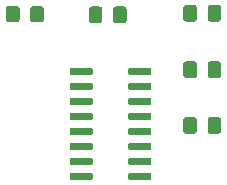
<source format=gbr>
G04 #@! TF.GenerationSoftware,KiCad,Pcbnew,(5.1.5-0-10_14)*
G04 #@! TF.CreationDate,2021-04-03T11:55:27+11:00*
G04 #@! TF.ProjectId,Pi_Zero_RS232_DB25_Hat,50695f5a-6572-46f5-9f52-533233325f44,rev?*
G04 #@! TF.SameCoordinates,Original*
G04 #@! TF.FileFunction,Paste,Top*
G04 #@! TF.FilePolarity,Positive*
%FSLAX46Y46*%
G04 Gerber Fmt 4.6, Leading zero omitted, Abs format (unit mm)*
G04 Created by KiCad (PCBNEW (5.1.5-0-10_14)) date 2021-04-03 11:55:27*
%MOMM*%
%LPD*%
G04 APERTURE LIST*
%ADD10C,0.100000*%
G04 APERTURE END LIST*
D10*
G36*
X63510305Y-76517204D02*
G01*
X63534573Y-76520804D01*
X63558372Y-76526765D01*
X63581471Y-76535030D01*
X63603650Y-76545520D01*
X63624693Y-76558132D01*
X63644399Y-76572747D01*
X63662577Y-76589223D01*
X63679053Y-76607401D01*
X63693668Y-76627107D01*
X63706280Y-76648150D01*
X63716770Y-76670329D01*
X63725035Y-76693428D01*
X63730996Y-76717227D01*
X63734596Y-76741495D01*
X63735800Y-76765999D01*
X63735800Y-77666001D01*
X63734596Y-77690505D01*
X63730996Y-77714773D01*
X63725035Y-77738572D01*
X63716770Y-77761671D01*
X63706280Y-77783850D01*
X63693668Y-77804893D01*
X63679053Y-77824599D01*
X63662577Y-77842777D01*
X63644399Y-77859253D01*
X63624693Y-77873868D01*
X63603650Y-77886480D01*
X63581471Y-77896970D01*
X63558372Y-77905235D01*
X63534573Y-77911196D01*
X63510305Y-77914796D01*
X63485801Y-77916000D01*
X62835799Y-77916000D01*
X62811295Y-77914796D01*
X62787027Y-77911196D01*
X62763228Y-77905235D01*
X62740129Y-77896970D01*
X62717950Y-77886480D01*
X62696907Y-77873868D01*
X62677201Y-77859253D01*
X62659023Y-77842777D01*
X62642547Y-77824599D01*
X62627932Y-77804893D01*
X62615320Y-77783850D01*
X62604830Y-77761671D01*
X62596565Y-77738572D01*
X62590604Y-77714773D01*
X62587004Y-77690505D01*
X62585800Y-77666001D01*
X62585800Y-76765999D01*
X62587004Y-76741495D01*
X62590604Y-76717227D01*
X62596565Y-76693428D01*
X62604830Y-76670329D01*
X62615320Y-76648150D01*
X62627932Y-76627107D01*
X62642547Y-76607401D01*
X62659023Y-76589223D01*
X62677201Y-76572747D01*
X62696907Y-76558132D01*
X62717950Y-76545520D01*
X62740129Y-76535030D01*
X62763228Y-76526765D01*
X62787027Y-76520804D01*
X62811295Y-76517204D01*
X62835799Y-76516000D01*
X63485801Y-76516000D01*
X63510305Y-76517204D01*
G37*
G36*
X65560305Y-76517204D02*
G01*
X65584573Y-76520804D01*
X65608372Y-76526765D01*
X65631471Y-76535030D01*
X65653650Y-76545520D01*
X65674693Y-76558132D01*
X65694399Y-76572747D01*
X65712577Y-76589223D01*
X65729053Y-76607401D01*
X65743668Y-76627107D01*
X65756280Y-76648150D01*
X65766770Y-76670329D01*
X65775035Y-76693428D01*
X65780996Y-76717227D01*
X65784596Y-76741495D01*
X65785800Y-76765999D01*
X65785800Y-77666001D01*
X65784596Y-77690505D01*
X65780996Y-77714773D01*
X65775035Y-77738572D01*
X65766770Y-77761671D01*
X65756280Y-77783850D01*
X65743668Y-77804893D01*
X65729053Y-77824599D01*
X65712577Y-77842777D01*
X65694399Y-77859253D01*
X65674693Y-77873868D01*
X65653650Y-77886480D01*
X65631471Y-77896970D01*
X65608372Y-77905235D01*
X65584573Y-77911196D01*
X65560305Y-77914796D01*
X65535801Y-77916000D01*
X64885799Y-77916000D01*
X64861295Y-77914796D01*
X64837027Y-77911196D01*
X64813228Y-77905235D01*
X64790129Y-77896970D01*
X64767950Y-77886480D01*
X64746907Y-77873868D01*
X64727201Y-77859253D01*
X64709023Y-77842777D01*
X64692547Y-77824599D01*
X64677932Y-77804893D01*
X64665320Y-77783850D01*
X64654830Y-77761671D01*
X64646565Y-77738572D01*
X64640604Y-77714773D01*
X64637004Y-77690505D01*
X64635800Y-77666001D01*
X64635800Y-76765999D01*
X64637004Y-76741495D01*
X64640604Y-76717227D01*
X64646565Y-76693428D01*
X64654830Y-76670329D01*
X64665320Y-76648150D01*
X64677932Y-76627107D01*
X64692547Y-76607401D01*
X64709023Y-76589223D01*
X64727201Y-76572747D01*
X64746907Y-76558132D01*
X64767950Y-76545520D01*
X64790129Y-76535030D01*
X64813228Y-76526765D01*
X64837027Y-76520804D01*
X64861295Y-76517204D01*
X64885799Y-76516000D01*
X65535801Y-76516000D01*
X65560305Y-76517204D01*
G37*
G36*
X70520705Y-76568004D02*
G01*
X70544973Y-76571604D01*
X70568772Y-76577565D01*
X70591871Y-76585830D01*
X70614050Y-76596320D01*
X70635093Y-76608932D01*
X70654799Y-76623547D01*
X70672977Y-76640023D01*
X70689453Y-76658201D01*
X70704068Y-76677907D01*
X70716680Y-76698950D01*
X70727170Y-76721129D01*
X70735435Y-76744228D01*
X70741396Y-76768027D01*
X70744996Y-76792295D01*
X70746200Y-76816799D01*
X70746200Y-77716801D01*
X70744996Y-77741305D01*
X70741396Y-77765573D01*
X70735435Y-77789372D01*
X70727170Y-77812471D01*
X70716680Y-77834650D01*
X70704068Y-77855693D01*
X70689453Y-77875399D01*
X70672977Y-77893577D01*
X70654799Y-77910053D01*
X70635093Y-77924668D01*
X70614050Y-77937280D01*
X70591871Y-77947770D01*
X70568772Y-77956035D01*
X70544973Y-77961996D01*
X70520705Y-77965596D01*
X70496201Y-77966800D01*
X69846199Y-77966800D01*
X69821695Y-77965596D01*
X69797427Y-77961996D01*
X69773628Y-77956035D01*
X69750529Y-77947770D01*
X69728350Y-77937280D01*
X69707307Y-77924668D01*
X69687601Y-77910053D01*
X69669423Y-77893577D01*
X69652947Y-77875399D01*
X69638332Y-77855693D01*
X69625720Y-77834650D01*
X69615230Y-77812471D01*
X69606965Y-77789372D01*
X69601004Y-77765573D01*
X69597404Y-77741305D01*
X69596200Y-77716801D01*
X69596200Y-76816799D01*
X69597404Y-76792295D01*
X69601004Y-76768027D01*
X69606965Y-76744228D01*
X69615230Y-76721129D01*
X69625720Y-76698950D01*
X69638332Y-76677907D01*
X69652947Y-76658201D01*
X69669423Y-76640023D01*
X69687601Y-76623547D01*
X69707307Y-76608932D01*
X69728350Y-76596320D01*
X69750529Y-76585830D01*
X69773628Y-76577565D01*
X69797427Y-76571604D01*
X69821695Y-76568004D01*
X69846199Y-76566800D01*
X70496201Y-76566800D01*
X70520705Y-76568004D01*
G37*
G36*
X72570705Y-76568004D02*
G01*
X72594973Y-76571604D01*
X72618772Y-76577565D01*
X72641871Y-76585830D01*
X72664050Y-76596320D01*
X72685093Y-76608932D01*
X72704799Y-76623547D01*
X72722977Y-76640023D01*
X72739453Y-76658201D01*
X72754068Y-76677907D01*
X72766680Y-76698950D01*
X72777170Y-76721129D01*
X72785435Y-76744228D01*
X72791396Y-76768027D01*
X72794996Y-76792295D01*
X72796200Y-76816799D01*
X72796200Y-77716801D01*
X72794996Y-77741305D01*
X72791396Y-77765573D01*
X72785435Y-77789372D01*
X72777170Y-77812471D01*
X72766680Y-77834650D01*
X72754068Y-77855693D01*
X72739453Y-77875399D01*
X72722977Y-77893577D01*
X72704799Y-77910053D01*
X72685093Y-77924668D01*
X72664050Y-77937280D01*
X72641871Y-77947770D01*
X72618772Y-77956035D01*
X72594973Y-77961996D01*
X72570705Y-77965596D01*
X72546201Y-77966800D01*
X71896199Y-77966800D01*
X71871695Y-77965596D01*
X71847427Y-77961996D01*
X71823628Y-77956035D01*
X71800529Y-77947770D01*
X71778350Y-77937280D01*
X71757307Y-77924668D01*
X71737601Y-77910053D01*
X71719423Y-77893577D01*
X71702947Y-77875399D01*
X71688332Y-77855693D01*
X71675720Y-77834650D01*
X71665230Y-77812471D01*
X71656965Y-77789372D01*
X71651004Y-77765573D01*
X71647404Y-77741305D01*
X71646200Y-77716801D01*
X71646200Y-76816799D01*
X71647404Y-76792295D01*
X71651004Y-76768027D01*
X71656965Y-76744228D01*
X71665230Y-76721129D01*
X71675720Y-76698950D01*
X71688332Y-76677907D01*
X71702947Y-76658201D01*
X71719423Y-76640023D01*
X71737601Y-76623547D01*
X71757307Y-76608932D01*
X71778350Y-76596320D01*
X71800529Y-76585830D01*
X71823628Y-76577565D01*
X71847427Y-76571604D01*
X71871695Y-76568004D01*
X71896199Y-76566800D01*
X72546201Y-76566800D01*
X72570705Y-76568004D01*
G37*
G36*
X80571705Y-76441004D02*
G01*
X80595973Y-76444604D01*
X80619772Y-76450565D01*
X80642871Y-76458830D01*
X80665050Y-76469320D01*
X80686093Y-76481932D01*
X80705799Y-76496547D01*
X80723977Y-76513023D01*
X80740453Y-76531201D01*
X80755068Y-76550907D01*
X80767680Y-76571950D01*
X80778170Y-76594129D01*
X80786435Y-76617228D01*
X80792396Y-76641027D01*
X80795996Y-76665295D01*
X80797200Y-76689799D01*
X80797200Y-77589801D01*
X80795996Y-77614305D01*
X80792396Y-77638573D01*
X80786435Y-77662372D01*
X80778170Y-77685471D01*
X80767680Y-77707650D01*
X80755068Y-77728693D01*
X80740453Y-77748399D01*
X80723977Y-77766577D01*
X80705799Y-77783053D01*
X80686093Y-77797668D01*
X80665050Y-77810280D01*
X80642871Y-77820770D01*
X80619772Y-77829035D01*
X80595973Y-77834996D01*
X80571705Y-77838596D01*
X80547201Y-77839800D01*
X79897199Y-77839800D01*
X79872695Y-77838596D01*
X79848427Y-77834996D01*
X79824628Y-77829035D01*
X79801529Y-77820770D01*
X79779350Y-77810280D01*
X79758307Y-77797668D01*
X79738601Y-77783053D01*
X79720423Y-77766577D01*
X79703947Y-77748399D01*
X79689332Y-77728693D01*
X79676720Y-77707650D01*
X79666230Y-77685471D01*
X79657965Y-77662372D01*
X79652004Y-77638573D01*
X79648404Y-77614305D01*
X79647200Y-77589801D01*
X79647200Y-76689799D01*
X79648404Y-76665295D01*
X79652004Y-76641027D01*
X79657965Y-76617228D01*
X79666230Y-76594129D01*
X79676720Y-76571950D01*
X79689332Y-76550907D01*
X79703947Y-76531201D01*
X79720423Y-76513023D01*
X79738601Y-76496547D01*
X79758307Y-76481932D01*
X79779350Y-76469320D01*
X79801529Y-76458830D01*
X79824628Y-76450565D01*
X79848427Y-76444604D01*
X79872695Y-76441004D01*
X79897199Y-76439800D01*
X80547201Y-76439800D01*
X80571705Y-76441004D01*
G37*
G36*
X78521705Y-76441004D02*
G01*
X78545973Y-76444604D01*
X78569772Y-76450565D01*
X78592871Y-76458830D01*
X78615050Y-76469320D01*
X78636093Y-76481932D01*
X78655799Y-76496547D01*
X78673977Y-76513023D01*
X78690453Y-76531201D01*
X78705068Y-76550907D01*
X78717680Y-76571950D01*
X78728170Y-76594129D01*
X78736435Y-76617228D01*
X78742396Y-76641027D01*
X78745996Y-76665295D01*
X78747200Y-76689799D01*
X78747200Y-77589801D01*
X78745996Y-77614305D01*
X78742396Y-77638573D01*
X78736435Y-77662372D01*
X78728170Y-77685471D01*
X78717680Y-77707650D01*
X78705068Y-77728693D01*
X78690453Y-77748399D01*
X78673977Y-77766577D01*
X78655799Y-77783053D01*
X78636093Y-77797668D01*
X78615050Y-77810280D01*
X78592871Y-77820770D01*
X78569772Y-77829035D01*
X78545973Y-77834996D01*
X78521705Y-77838596D01*
X78497201Y-77839800D01*
X77847199Y-77839800D01*
X77822695Y-77838596D01*
X77798427Y-77834996D01*
X77774628Y-77829035D01*
X77751529Y-77820770D01*
X77729350Y-77810280D01*
X77708307Y-77797668D01*
X77688601Y-77783053D01*
X77670423Y-77766577D01*
X77653947Y-77748399D01*
X77639332Y-77728693D01*
X77626720Y-77707650D01*
X77616230Y-77685471D01*
X77607965Y-77662372D01*
X77602004Y-77638573D01*
X77598404Y-77614305D01*
X77597200Y-77589801D01*
X77597200Y-76689799D01*
X77598404Y-76665295D01*
X77602004Y-76641027D01*
X77607965Y-76617228D01*
X77616230Y-76594129D01*
X77626720Y-76571950D01*
X77639332Y-76550907D01*
X77653947Y-76531201D01*
X77670423Y-76513023D01*
X77688601Y-76496547D01*
X77708307Y-76481932D01*
X77729350Y-76469320D01*
X77751529Y-76458830D01*
X77774628Y-76450565D01*
X77798427Y-76444604D01*
X77822695Y-76441004D01*
X77847199Y-76439800D01*
X78497201Y-76439800D01*
X78521705Y-76441004D01*
G37*
G36*
X80571705Y-81216204D02*
G01*
X80595973Y-81219804D01*
X80619772Y-81225765D01*
X80642871Y-81234030D01*
X80665050Y-81244520D01*
X80686093Y-81257132D01*
X80705799Y-81271747D01*
X80723977Y-81288223D01*
X80740453Y-81306401D01*
X80755068Y-81326107D01*
X80767680Y-81347150D01*
X80778170Y-81369329D01*
X80786435Y-81392428D01*
X80792396Y-81416227D01*
X80795996Y-81440495D01*
X80797200Y-81464999D01*
X80797200Y-82365001D01*
X80795996Y-82389505D01*
X80792396Y-82413773D01*
X80786435Y-82437572D01*
X80778170Y-82460671D01*
X80767680Y-82482850D01*
X80755068Y-82503893D01*
X80740453Y-82523599D01*
X80723977Y-82541777D01*
X80705799Y-82558253D01*
X80686093Y-82572868D01*
X80665050Y-82585480D01*
X80642871Y-82595970D01*
X80619772Y-82604235D01*
X80595973Y-82610196D01*
X80571705Y-82613796D01*
X80547201Y-82615000D01*
X79897199Y-82615000D01*
X79872695Y-82613796D01*
X79848427Y-82610196D01*
X79824628Y-82604235D01*
X79801529Y-82595970D01*
X79779350Y-82585480D01*
X79758307Y-82572868D01*
X79738601Y-82558253D01*
X79720423Y-82541777D01*
X79703947Y-82523599D01*
X79689332Y-82503893D01*
X79676720Y-82482850D01*
X79666230Y-82460671D01*
X79657965Y-82437572D01*
X79652004Y-82413773D01*
X79648404Y-82389505D01*
X79647200Y-82365001D01*
X79647200Y-81464999D01*
X79648404Y-81440495D01*
X79652004Y-81416227D01*
X79657965Y-81392428D01*
X79666230Y-81369329D01*
X79676720Y-81347150D01*
X79689332Y-81326107D01*
X79703947Y-81306401D01*
X79720423Y-81288223D01*
X79738601Y-81271747D01*
X79758307Y-81257132D01*
X79779350Y-81244520D01*
X79801529Y-81234030D01*
X79824628Y-81225765D01*
X79848427Y-81219804D01*
X79872695Y-81216204D01*
X79897199Y-81215000D01*
X80547201Y-81215000D01*
X80571705Y-81216204D01*
G37*
G36*
X78521705Y-81216204D02*
G01*
X78545973Y-81219804D01*
X78569772Y-81225765D01*
X78592871Y-81234030D01*
X78615050Y-81244520D01*
X78636093Y-81257132D01*
X78655799Y-81271747D01*
X78673977Y-81288223D01*
X78690453Y-81306401D01*
X78705068Y-81326107D01*
X78717680Y-81347150D01*
X78728170Y-81369329D01*
X78736435Y-81392428D01*
X78742396Y-81416227D01*
X78745996Y-81440495D01*
X78747200Y-81464999D01*
X78747200Y-82365001D01*
X78745996Y-82389505D01*
X78742396Y-82413773D01*
X78736435Y-82437572D01*
X78728170Y-82460671D01*
X78717680Y-82482850D01*
X78705068Y-82503893D01*
X78690453Y-82523599D01*
X78673977Y-82541777D01*
X78655799Y-82558253D01*
X78636093Y-82572868D01*
X78615050Y-82585480D01*
X78592871Y-82595970D01*
X78569772Y-82604235D01*
X78545973Y-82610196D01*
X78521705Y-82613796D01*
X78497201Y-82615000D01*
X77847199Y-82615000D01*
X77822695Y-82613796D01*
X77798427Y-82610196D01*
X77774628Y-82604235D01*
X77751529Y-82595970D01*
X77729350Y-82585480D01*
X77708307Y-82572868D01*
X77688601Y-82558253D01*
X77670423Y-82541777D01*
X77653947Y-82523599D01*
X77639332Y-82503893D01*
X77626720Y-82482850D01*
X77616230Y-82460671D01*
X77607965Y-82437572D01*
X77602004Y-82413773D01*
X77598404Y-82389505D01*
X77597200Y-82365001D01*
X77597200Y-81464999D01*
X77598404Y-81440495D01*
X77602004Y-81416227D01*
X77607965Y-81392428D01*
X77616230Y-81369329D01*
X77626720Y-81347150D01*
X77639332Y-81326107D01*
X77653947Y-81306401D01*
X77670423Y-81288223D01*
X77688601Y-81271747D01*
X77708307Y-81257132D01*
X77729350Y-81244520D01*
X77751529Y-81234030D01*
X77774628Y-81225765D01*
X77798427Y-81219804D01*
X77822695Y-81216204D01*
X77847199Y-81215000D01*
X78497201Y-81215000D01*
X78521705Y-81216204D01*
G37*
G36*
X78521705Y-85940604D02*
G01*
X78545973Y-85944204D01*
X78569772Y-85950165D01*
X78592871Y-85958430D01*
X78615050Y-85968920D01*
X78636093Y-85981532D01*
X78655799Y-85996147D01*
X78673977Y-86012623D01*
X78690453Y-86030801D01*
X78705068Y-86050507D01*
X78717680Y-86071550D01*
X78728170Y-86093729D01*
X78736435Y-86116828D01*
X78742396Y-86140627D01*
X78745996Y-86164895D01*
X78747200Y-86189399D01*
X78747200Y-87089401D01*
X78745996Y-87113905D01*
X78742396Y-87138173D01*
X78736435Y-87161972D01*
X78728170Y-87185071D01*
X78717680Y-87207250D01*
X78705068Y-87228293D01*
X78690453Y-87247999D01*
X78673977Y-87266177D01*
X78655799Y-87282653D01*
X78636093Y-87297268D01*
X78615050Y-87309880D01*
X78592871Y-87320370D01*
X78569772Y-87328635D01*
X78545973Y-87334596D01*
X78521705Y-87338196D01*
X78497201Y-87339400D01*
X77847199Y-87339400D01*
X77822695Y-87338196D01*
X77798427Y-87334596D01*
X77774628Y-87328635D01*
X77751529Y-87320370D01*
X77729350Y-87309880D01*
X77708307Y-87297268D01*
X77688601Y-87282653D01*
X77670423Y-87266177D01*
X77653947Y-87247999D01*
X77639332Y-87228293D01*
X77626720Y-87207250D01*
X77616230Y-87185071D01*
X77607965Y-87161972D01*
X77602004Y-87138173D01*
X77598404Y-87113905D01*
X77597200Y-87089401D01*
X77597200Y-86189399D01*
X77598404Y-86164895D01*
X77602004Y-86140627D01*
X77607965Y-86116828D01*
X77616230Y-86093729D01*
X77626720Y-86071550D01*
X77639332Y-86050507D01*
X77653947Y-86030801D01*
X77670423Y-86012623D01*
X77688601Y-85996147D01*
X77708307Y-85981532D01*
X77729350Y-85968920D01*
X77751529Y-85958430D01*
X77774628Y-85950165D01*
X77798427Y-85944204D01*
X77822695Y-85940604D01*
X77847199Y-85939400D01*
X78497201Y-85939400D01*
X78521705Y-85940604D01*
G37*
G36*
X80571705Y-85940604D02*
G01*
X80595973Y-85944204D01*
X80619772Y-85950165D01*
X80642871Y-85958430D01*
X80665050Y-85968920D01*
X80686093Y-85981532D01*
X80705799Y-85996147D01*
X80723977Y-86012623D01*
X80740453Y-86030801D01*
X80755068Y-86050507D01*
X80767680Y-86071550D01*
X80778170Y-86093729D01*
X80786435Y-86116828D01*
X80792396Y-86140627D01*
X80795996Y-86164895D01*
X80797200Y-86189399D01*
X80797200Y-87089401D01*
X80795996Y-87113905D01*
X80792396Y-87138173D01*
X80786435Y-87161972D01*
X80778170Y-87185071D01*
X80767680Y-87207250D01*
X80755068Y-87228293D01*
X80740453Y-87247999D01*
X80723977Y-87266177D01*
X80705799Y-87282653D01*
X80686093Y-87297268D01*
X80665050Y-87309880D01*
X80642871Y-87320370D01*
X80619772Y-87328635D01*
X80595973Y-87334596D01*
X80571705Y-87338196D01*
X80547201Y-87339400D01*
X79897199Y-87339400D01*
X79872695Y-87338196D01*
X79848427Y-87334596D01*
X79824628Y-87328635D01*
X79801529Y-87320370D01*
X79779350Y-87309880D01*
X79758307Y-87297268D01*
X79738601Y-87282653D01*
X79720423Y-87266177D01*
X79703947Y-87247999D01*
X79689332Y-87228293D01*
X79676720Y-87207250D01*
X79666230Y-87185071D01*
X79657965Y-87161972D01*
X79652004Y-87138173D01*
X79648404Y-87113905D01*
X79647200Y-87089401D01*
X79647200Y-86189399D01*
X79648404Y-86164895D01*
X79652004Y-86140627D01*
X79657965Y-86116828D01*
X79666230Y-86093729D01*
X79676720Y-86071550D01*
X79689332Y-86050507D01*
X79703947Y-86030801D01*
X79720423Y-86012623D01*
X79738601Y-85996147D01*
X79758307Y-85981532D01*
X79779350Y-85968920D01*
X79801529Y-85958430D01*
X79824628Y-85950165D01*
X79848427Y-85944204D01*
X79872695Y-85940604D01*
X79897199Y-85939400D01*
X80547201Y-85939400D01*
X80571705Y-85940604D01*
G37*
G36*
X74739503Y-90658122D02*
G01*
X74754064Y-90660282D01*
X74768343Y-90663859D01*
X74782203Y-90668818D01*
X74795510Y-90675112D01*
X74808136Y-90682680D01*
X74819959Y-90691448D01*
X74830866Y-90701334D01*
X74840752Y-90712241D01*
X74849520Y-90724064D01*
X74857088Y-90736690D01*
X74863382Y-90749997D01*
X74868341Y-90763857D01*
X74871918Y-90778136D01*
X74874078Y-90792697D01*
X74874800Y-90807400D01*
X74874800Y-91107400D01*
X74874078Y-91122103D01*
X74871918Y-91136664D01*
X74868341Y-91150943D01*
X74863382Y-91164803D01*
X74857088Y-91178110D01*
X74849520Y-91190736D01*
X74840752Y-91202559D01*
X74830866Y-91213466D01*
X74819959Y-91223352D01*
X74808136Y-91232120D01*
X74795510Y-91239688D01*
X74782203Y-91245982D01*
X74768343Y-91250941D01*
X74754064Y-91254518D01*
X74739503Y-91256678D01*
X74724800Y-91257400D01*
X73074800Y-91257400D01*
X73060097Y-91256678D01*
X73045536Y-91254518D01*
X73031257Y-91250941D01*
X73017397Y-91245982D01*
X73004090Y-91239688D01*
X72991464Y-91232120D01*
X72979641Y-91223352D01*
X72968734Y-91213466D01*
X72958848Y-91202559D01*
X72950080Y-91190736D01*
X72942512Y-91178110D01*
X72936218Y-91164803D01*
X72931259Y-91150943D01*
X72927682Y-91136664D01*
X72925522Y-91122103D01*
X72924800Y-91107400D01*
X72924800Y-90807400D01*
X72925522Y-90792697D01*
X72927682Y-90778136D01*
X72931259Y-90763857D01*
X72936218Y-90749997D01*
X72942512Y-90736690D01*
X72950080Y-90724064D01*
X72958848Y-90712241D01*
X72968734Y-90701334D01*
X72979641Y-90691448D01*
X72991464Y-90682680D01*
X73004090Y-90675112D01*
X73017397Y-90668818D01*
X73031257Y-90663859D01*
X73045536Y-90660282D01*
X73060097Y-90658122D01*
X73074800Y-90657400D01*
X74724800Y-90657400D01*
X74739503Y-90658122D01*
G37*
G36*
X74739503Y-89388122D02*
G01*
X74754064Y-89390282D01*
X74768343Y-89393859D01*
X74782203Y-89398818D01*
X74795510Y-89405112D01*
X74808136Y-89412680D01*
X74819959Y-89421448D01*
X74830866Y-89431334D01*
X74840752Y-89442241D01*
X74849520Y-89454064D01*
X74857088Y-89466690D01*
X74863382Y-89479997D01*
X74868341Y-89493857D01*
X74871918Y-89508136D01*
X74874078Y-89522697D01*
X74874800Y-89537400D01*
X74874800Y-89837400D01*
X74874078Y-89852103D01*
X74871918Y-89866664D01*
X74868341Y-89880943D01*
X74863382Y-89894803D01*
X74857088Y-89908110D01*
X74849520Y-89920736D01*
X74840752Y-89932559D01*
X74830866Y-89943466D01*
X74819959Y-89953352D01*
X74808136Y-89962120D01*
X74795510Y-89969688D01*
X74782203Y-89975982D01*
X74768343Y-89980941D01*
X74754064Y-89984518D01*
X74739503Y-89986678D01*
X74724800Y-89987400D01*
X73074800Y-89987400D01*
X73060097Y-89986678D01*
X73045536Y-89984518D01*
X73031257Y-89980941D01*
X73017397Y-89975982D01*
X73004090Y-89969688D01*
X72991464Y-89962120D01*
X72979641Y-89953352D01*
X72968734Y-89943466D01*
X72958848Y-89932559D01*
X72950080Y-89920736D01*
X72942512Y-89908110D01*
X72936218Y-89894803D01*
X72931259Y-89880943D01*
X72927682Y-89866664D01*
X72925522Y-89852103D01*
X72924800Y-89837400D01*
X72924800Y-89537400D01*
X72925522Y-89522697D01*
X72927682Y-89508136D01*
X72931259Y-89493857D01*
X72936218Y-89479997D01*
X72942512Y-89466690D01*
X72950080Y-89454064D01*
X72958848Y-89442241D01*
X72968734Y-89431334D01*
X72979641Y-89421448D01*
X72991464Y-89412680D01*
X73004090Y-89405112D01*
X73017397Y-89398818D01*
X73031257Y-89393859D01*
X73045536Y-89390282D01*
X73060097Y-89388122D01*
X73074800Y-89387400D01*
X74724800Y-89387400D01*
X74739503Y-89388122D01*
G37*
G36*
X74739503Y-88118122D02*
G01*
X74754064Y-88120282D01*
X74768343Y-88123859D01*
X74782203Y-88128818D01*
X74795510Y-88135112D01*
X74808136Y-88142680D01*
X74819959Y-88151448D01*
X74830866Y-88161334D01*
X74840752Y-88172241D01*
X74849520Y-88184064D01*
X74857088Y-88196690D01*
X74863382Y-88209997D01*
X74868341Y-88223857D01*
X74871918Y-88238136D01*
X74874078Y-88252697D01*
X74874800Y-88267400D01*
X74874800Y-88567400D01*
X74874078Y-88582103D01*
X74871918Y-88596664D01*
X74868341Y-88610943D01*
X74863382Y-88624803D01*
X74857088Y-88638110D01*
X74849520Y-88650736D01*
X74840752Y-88662559D01*
X74830866Y-88673466D01*
X74819959Y-88683352D01*
X74808136Y-88692120D01*
X74795510Y-88699688D01*
X74782203Y-88705982D01*
X74768343Y-88710941D01*
X74754064Y-88714518D01*
X74739503Y-88716678D01*
X74724800Y-88717400D01*
X73074800Y-88717400D01*
X73060097Y-88716678D01*
X73045536Y-88714518D01*
X73031257Y-88710941D01*
X73017397Y-88705982D01*
X73004090Y-88699688D01*
X72991464Y-88692120D01*
X72979641Y-88683352D01*
X72968734Y-88673466D01*
X72958848Y-88662559D01*
X72950080Y-88650736D01*
X72942512Y-88638110D01*
X72936218Y-88624803D01*
X72931259Y-88610943D01*
X72927682Y-88596664D01*
X72925522Y-88582103D01*
X72924800Y-88567400D01*
X72924800Y-88267400D01*
X72925522Y-88252697D01*
X72927682Y-88238136D01*
X72931259Y-88223857D01*
X72936218Y-88209997D01*
X72942512Y-88196690D01*
X72950080Y-88184064D01*
X72958848Y-88172241D01*
X72968734Y-88161334D01*
X72979641Y-88151448D01*
X72991464Y-88142680D01*
X73004090Y-88135112D01*
X73017397Y-88128818D01*
X73031257Y-88123859D01*
X73045536Y-88120282D01*
X73060097Y-88118122D01*
X73074800Y-88117400D01*
X74724800Y-88117400D01*
X74739503Y-88118122D01*
G37*
G36*
X74739503Y-86848122D02*
G01*
X74754064Y-86850282D01*
X74768343Y-86853859D01*
X74782203Y-86858818D01*
X74795510Y-86865112D01*
X74808136Y-86872680D01*
X74819959Y-86881448D01*
X74830866Y-86891334D01*
X74840752Y-86902241D01*
X74849520Y-86914064D01*
X74857088Y-86926690D01*
X74863382Y-86939997D01*
X74868341Y-86953857D01*
X74871918Y-86968136D01*
X74874078Y-86982697D01*
X74874800Y-86997400D01*
X74874800Y-87297400D01*
X74874078Y-87312103D01*
X74871918Y-87326664D01*
X74868341Y-87340943D01*
X74863382Y-87354803D01*
X74857088Y-87368110D01*
X74849520Y-87380736D01*
X74840752Y-87392559D01*
X74830866Y-87403466D01*
X74819959Y-87413352D01*
X74808136Y-87422120D01*
X74795510Y-87429688D01*
X74782203Y-87435982D01*
X74768343Y-87440941D01*
X74754064Y-87444518D01*
X74739503Y-87446678D01*
X74724800Y-87447400D01*
X73074800Y-87447400D01*
X73060097Y-87446678D01*
X73045536Y-87444518D01*
X73031257Y-87440941D01*
X73017397Y-87435982D01*
X73004090Y-87429688D01*
X72991464Y-87422120D01*
X72979641Y-87413352D01*
X72968734Y-87403466D01*
X72958848Y-87392559D01*
X72950080Y-87380736D01*
X72942512Y-87368110D01*
X72936218Y-87354803D01*
X72931259Y-87340943D01*
X72927682Y-87326664D01*
X72925522Y-87312103D01*
X72924800Y-87297400D01*
X72924800Y-86997400D01*
X72925522Y-86982697D01*
X72927682Y-86968136D01*
X72931259Y-86953857D01*
X72936218Y-86939997D01*
X72942512Y-86926690D01*
X72950080Y-86914064D01*
X72958848Y-86902241D01*
X72968734Y-86891334D01*
X72979641Y-86881448D01*
X72991464Y-86872680D01*
X73004090Y-86865112D01*
X73017397Y-86858818D01*
X73031257Y-86853859D01*
X73045536Y-86850282D01*
X73060097Y-86848122D01*
X73074800Y-86847400D01*
X74724800Y-86847400D01*
X74739503Y-86848122D01*
G37*
G36*
X74739503Y-85578122D02*
G01*
X74754064Y-85580282D01*
X74768343Y-85583859D01*
X74782203Y-85588818D01*
X74795510Y-85595112D01*
X74808136Y-85602680D01*
X74819959Y-85611448D01*
X74830866Y-85621334D01*
X74840752Y-85632241D01*
X74849520Y-85644064D01*
X74857088Y-85656690D01*
X74863382Y-85669997D01*
X74868341Y-85683857D01*
X74871918Y-85698136D01*
X74874078Y-85712697D01*
X74874800Y-85727400D01*
X74874800Y-86027400D01*
X74874078Y-86042103D01*
X74871918Y-86056664D01*
X74868341Y-86070943D01*
X74863382Y-86084803D01*
X74857088Y-86098110D01*
X74849520Y-86110736D01*
X74840752Y-86122559D01*
X74830866Y-86133466D01*
X74819959Y-86143352D01*
X74808136Y-86152120D01*
X74795510Y-86159688D01*
X74782203Y-86165982D01*
X74768343Y-86170941D01*
X74754064Y-86174518D01*
X74739503Y-86176678D01*
X74724800Y-86177400D01*
X73074800Y-86177400D01*
X73060097Y-86176678D01*
X73045536Y-86174518D01*
X73031257Y-86170941D01*
X73017397Y-86165982D01*
X73004090Y-86159688D01*
X72991464Y-86152120D01*
X72979641Y-86143352D01*
X72968734Y-86133466D01*
X72958848Y-86122559D01*
X72950080Y-86110736D01*
X72942512Y-86098110D01*
X72936218Y-86084803D01*
X72931259Y-86070943D01*
X72927682Y-86056664D01*
X72925522Y-86042103D01*
X72924800Y-86027400D01*
X72924800Y-85727400D01*
X72925522Y-85712697D01*
X72927682Y-85698136D01*
X72931259Y-85683857D01*
X72936218Y-85669997D01*
X72942512Y-85656690D01*
X72950080Y-85644064D01*
X72958848Y-85632241D01*
X72968734Y-85621334D01*
X72979641Y-85611448D01*
X72991464Y-85602680D01*
X73004090Y-85595112D01*
X73017397Y-85588818D01*
X73031257Y-85583859D01*
X73045536Y-85580282D01*
X73060097Y-85578122D01*
X73074800Y-85577400D01*
X74724800Y-85577400D01*
X74739503Y-85578122D01*
G37*
G36*
X74739503Y-84308122D02*
G01*
X74754064Y-84310282D01*
X74768343Y-84313859D01*
X74782203Y-84318818D01*
X74795510Y-84325112D01*
X74808136Y-84332680D01*
X74819959Y-84341448D01*
X74830866Y-84351334D01*
X74840752Y-84362241D01*
X74849520Y-84374064D01*
X74857088Y-84386690D01*
X74863382Y-84399997D01*
X74868341Y-84413857D01*
X74871918Y-84428136D01*
X74874078Y-84442697D01*
X74874800Y-84457400D01*
X74874800Y-84757400D01*
X74874078Y-84772103D01*
X74871918Y-84786664D01*
X74868341Y-84800943D01*
X74863382Y-84814803D01*
X74857088Y-84828110D01*
X74849520Y-84840736D01*
X74840752Y-84852559D01*
X74830866Y-84863466D01*
X74819959Y-84873352D01*
X74808136Y-84882120D01*
X74795510Y-84889688D01*
X74782203Y-84895982D01*
X74768343Y-84900941D01*
X74754064Y-84904518D01*
X74739503Y-84906678D01*
X74724800Y-84907400D01*
X73074800Y-84907400D01*
X73060097Y-84906678D01*
X73045536Y-84904518D01*
X73031257Y-84900941D01*
X73017397Y-84895982D01*
X73004090Y-84889688D01*
X72991464Y-84882120D01*
X72979641Y-84873352D01*
X72968734Y-84863466D01*
X72958848Y-84852559D01*
X72950080Y-84840736D01*
X72942512Y-84828110D01*
X72936218Y-84814803D01*
X72931259Y-84800943D01*
X72927682Y-84786664D01*
X72925522Y-84772103D01*
X72924800Y-84757400D01*
X72924800Y-84457400D01*
X72925522Y-84442697D01*
X72927682Y-84428136D01*
X72931259Y-84413857D01*
X72936218Y-84399997D01*
X72942512Y-84386690D01*
X72950080Y-84374064D01*
X72958848Y-84362241D01*
X72968734Y-84351334D01*
X72979641Y-84341448D01*
X72991464Y-84332680D01*
X73004090Y-84325112D01*
X73017397Y-84318818D01*
X73031257Y-84313859D01*
X73045536Y-84310282D01*
X73060097Y-84308122D01*
X73074800Y-84307400D01*
X74724800Y-84307400D01*
X74739503Y-84308122D01*
G37*
G36*
X74739503Y-83038122D02*
G01*
X74754064Y-83040282D01*
X74768343Y-83043859D01*
X74782203Y-83048818D01*
X74795510Y-83055112D01*
X74808136Y-83062680D01*
X74819959Y-83071448D01*
X74830866Y-83081334D01*
X74840752Y-83092241D01*
X74849520Y-83104064D01*
X74857088Y-83116690D01*
X74863382Y-83129997D01*
X74868341Y-83143857D01*
X74871918Y-83158136D01*
X74874078Y-83172697D01*
X74874800Y-83187400D01*
X74874800Y-83487400D01*
X74874078Y-83502103D01*
X74871918Y-83516664D01*
X74868341Y-83530943D01*
X74863382Y-83544803D01*
X74857088Y-83558110D01*
X74849520Y-83570736D01*
X74840752Y-83582559D01*
X74830866Y-83593466D01*
X74819959Y-83603352D01*
X74808136Y-83612120D01*
X74795510Y-83619688D01*
X74782203Y-83625982D01*
X74768343Y-83630941D01*
X74754064Y-83634518D01*
X74739503Y-83636678D01*
X74724800Y-83637400D01*
X73074800Y-83637400D01*
X73060097Y-83636678D01*
X73045536Y-83634518D01*
X73031257Y-83630941D01*
X73017397Y-83625982D01*
X73004090Y-83619688D01*
X72991464Y-83612120D01*
X72979641Y-83603352D01*
X72968734Y-83593466D01*
X72958848Y-83582559D01*
X72950080Y-83570736D01*
X72942512Y-83558110D01*
X72936218Y-83544803D01*
X72931259Y-83530943D01*
X72927682Y-83516664D01*
X72925522Y-83502103D01*
X72924800Y-83487400D01*
X72924800Y-83187400D01*
X72925522Y-83172697D01*
X72927682Y-83158136D01*
X72931259Y-83143857D01*
X72936218Y-83129997D01*
X72942512Y-83116690D01*
X72950080Y-83104064D01*
X72958848Y-83092241D01*
X72968734Y-83081334D01*
X72979641Y-83071448D01*
X72991464Y-83062680D01*
X73004090Y-83055112D01*
X73017397Y-83048818D01*
X73031257Y-83043859D01*
X73045536Y-83040282D01*
X73060097Y-83038122D01*
X73074800Y-83037400D01*
X74724800Y-83037400D01*
X74739503Y-83038122D01*
G37*
G36*
X74739503Y-81768122D02*
G01*
X74754064Y-81770282D01*
X74768343Y-81773859D01*
X74782203Y-81778818D01*
X74795510Y-81785112D01*
X74808136Y-81792680D01*
X74819959Y-81801448D01*
X74830866Y-81811334D01*
X74840752Y-81822241D01*
X74849520Y-81834064D01*
X74857088Y-81846690D01*
X74863382Y-81859997D01*
X74868341Y-81873857D01*
X74871918Y-81888136D01*
X74874078Y-81902697D01*
X74874800Y-81917400D01*
X74874800Y-82217400D01*
X74874078Y-82232103D01*
X74871918Y-82246664D01*
X74868341Y-82260943D01*
X74863382Y-82274803D01*
X74857088Y-82288110D01*
X74849520Y-82300736D01*
X74840752Y-82312559D01*
X74830866Y-82323466D01*
X74819959Y-82333352D01*
X74808136Y-82342120D01*
X74795510Y-82349688D01*
X74782203Y-82355982D01*
X74768343Y-82360941D01*
X74754064Y-82364518D01*
X74739503Y-82366678D01*
X74724800Y-82367400D01*
X73074800Y-82367400D01*
X73060097Y-82366678D01*
X73045536Y-82364518D01*
X73031257Y-82360941D01*
X73017397Y-82355982D01*
X73004090Y-82349688D01*
X72991464Y-82342120D01*
X72979641Y-82333352D01*
X72968734Y-82323466D01*
X72958848Y-82312559D01*
X72950080Y-82300736D01*
X72942512Y-82288110D01*
X72936218Y-82274803D01*
X72931259Y-82260943D01*
X72927682Y-82246664D01*
X72925522Y-82232103D01*
X72924800Y-82217400D01*
X72924800Y-81917400D01*
X72925522Y-81902697D01*
X72927682Y-81888136D01*
X72931259Y-81873857D01*
X72936218Y-81859997D01*
X72942512Y-81846690D01*
X72950080Y-81834064D01*
X72958848Y-81822241D01*
X72968734Y-81811334D01*
X72979641Y-81801448D01*
X72991464Y-81792680D01*
X73004090Y-81785112D01*
X73017397Y-81778818D01*
X73031257Y-81773859D01*
X73045536Y-81770282D01*
X73060097Y-81768122D01*
X73074800Y-81767400D01*
X74724800Y-81767400D01*
X74739503Y-81768122D01*
G37*
G36*
X69789503Y-81768122D02*
G01*
X69804064Y-81770282D01*
X69818343Y-81773859D01*
X69832203Y-81778818D01*
X69845510Y-81785112D01*
X69858136Y-81792680D01*
X69869959Y-81801448D01*
X69880866Y-81811334D01*
X69890752Y-81822241D01*
X69899520Y-81834064D01*
X69907088Y-81846690D01*
X69913382Y-81859997D01*
X69918341Y-81873857D01*
X69921918Y-81888136D01*
X69924078Y-81902697D01*
X69924800Y-81917400D01*
X69924800Y-82217400D01*
X69924078Y-82232103D01*
X69921918Y-82246664D01*
X69918341Y-82260943D01*
X69913382Y-82274803D01*
X69907088Y-82288110D01*
X69899520Y-82300736D01*
X69890752Y-82312559D01*
X69880866Y-82323466D01*
X69869959Y-82333352D01*
X69858136Y-82342120D01*
X69845510Y-82349688D01*
X69832203Y-82355982D01*
X69818343Y-82360941D01*
X69804064Y-82364518D01*
X69789503Y-82366678D01*
X69774800Y-82367400D01*
X68124800Y-82367400D01*
X68110097Y-82366678D01*
X68095536Y-82364518D01*
X68081257Y-82360941D01*
X68067397Y-82355982D01*
X68054090Y-82349688D01*
X68041464Y-82342120D01*
X68029641Y-82333352D01*
X68018734Y-82323466D01*
X68008848Y-82312559D01*
X68000080Y-82300736D01*
X67992512Y-82288110D01*
X67986218Y-82274803D01*
X67981259Y-82260943D01*
X67977682Y-82246664D01*
X67975522Y-82232103D01*
X67974800Y-82217400D01*
X67974800Y-81917400D01*
X67975522Y-81902697D01*
X67977682Y-81888136D01*
X67981259Y-81873857D01*
X67986218Y-81859997D01*
X67992512Y-81846690D01*
X68000080Y-81834064D01*
X68008848Y-81822241D01*
X68018734Y-81811334D01*
X68029641Y-81801448D01*
X68041464Y-81792680D01*
X68054090Y-81785112D01*
X68067397Y-81778818D01*
X68081257Y-81773859D01*
X68095536Y-81770282D01*
X68110097Y-81768122D01*
X68124800Y-81767400D01*
X69774800Y-81767400D01*
X69789503Y-81768122D01*
G37*
G36*
X69789503Y-83038122D02*
G01*
X69804064Y-83040282D01*
X69818343Y-83043859D01*
X69832203Y-83048818D01*
X69845510Y-83055112D01*
X69858136Y-83062680D01*
X69869959Y-83071448D01*
X69880866Y-83081334D01*
X69890752Y-83092241D01*
X69899520Y-83104064D01*
X69907088Y-83116690D01*
X69913382Y-83129997D01*
X69918341Y-83143857D01*
X69921918Y-83158136D01*
X69924078Y-83172697D01*
X69924800Y-83187400D01*
X69924800Y-83487400D01*
X69924078Y-83502103D01*
X69921918Y-83516664D01*
X69918341Y-83530943D01*
X69913382Y-83544803D01*
X69907088Y-83558110D01*
X69899520Y-83570736D01*
X69890752Y-83582559D01*
X69880866Y-83593466D01*
X69869959Y-83603352D01*
X69858136Y-83612120D01*
X69845510Y-83619688D01*
X69832203Y-83625982D01*
X69818343Y-83630941D01*
X69804064Y-83634518D01*
X69789503Y-83636678D01*
X69774800Y-83637400D01*
X68124800Y-83637400D01*
X68110097Y-83636678D01*
X68095536Y-83634518D01*
X68081257Y-83630941D01*
X68067397Y-83625982D01*
X68054090Y-83619688D01*
X68041464Y-83612120D01*
X68029641Y-83603352D01*
X68018734Y-83593466D01*
X68008848Y-83582559D01*
X68000080Y-83570736D01*
X67992512Y-83558110D01*
X67986218Y-83544803D01*
X67981259Y-83530943D01*
X67977682Y-83516664D01*
X67975522Y-83502103D01*
X67974800Y-83487400D01*
X67974800Y-83187400D01*
X67975522Y-83172697D01*
X67977682Y-83158136D01*
X67981259Y-83143857D01*
X67986218Y-83129997D01*
X67992512Y-83116690D01*
X68000080Y-83104064D01*
X68008848Y-83092241D01*
X68018734Y-83081334D01*
X68029641Y-83071448D01*
X68041464Y-83062680D01*
X68054090Y-83055112D01*
X68067397Y-83048818D01*
X68081257Y-83043859D01*
X68095536Y-83040282D01*
X68110097Y-83038122D01*
X68124800Y-83037400D01*
X69774800Y-83037400D01*
X69789503Y-83038122D01*
G37*
G36*
X69789503Y-84308122D02*
G01*
X69804064Y-84310282D01*
X69818343Y-84313859D01*
X69832203Y-84318818D01*
X69845510Y-84325112D01*
X69858136Y-84332680D01*
X69869959Y-84341448D01*
X69880866Y-84351334D01*
X69890752Y-84362241D01*
X69899520Y-84374064D01*
X69907088Y-84386690D01*
X69913382Y-84399997D01*
X69918341Y-84413857D01*
X69921918Y-84428136D01*
X69924078Y-84442697D01*
X69924800Y-84457400D01*
X69924800Y-84757400D01*
X69924078Y-84772103D01*
X69921918Y-84786664D01*
X69918341Y-84800943D01*
X69913382Y-84814803D01*
X69907088Y-84828110D01*
X69899520Y-84840736D01*
X69890752Y-84852559D01*
X69880866Y-84863466D01*
X69869959Y-84873352D01*
X69858136Y-84882120D01*
X69845510Y-84889688D01*
X69832203Y-84895982D01*
X69818343Y-84900941D01*
X69804064Y-84904518D01*
X69789503Y-84906678D01*
X69774800Y-84907400D01*
X68124800Y-84907400D01*
X68110097Y-84906678D01*
X68095536Y-84904518D01*
X68081257Y-84900941D01*
X68067397Y-84895982D01*
X68054090Y-84889688D01*
X68041464Y-84882120D01*
X68029641Y-84873352D01*
X68018734Y-84863466D01*
X68008848Y-84852559D01*
X68000080Y-84840736D01*
X67992512Y-84828110D01*
X67986218Y-84814803D01*
X67981259Y-84800943D01*
X67977682Y-84786664D01*
X67975522Y-84772103D01*
X67974800Y-84757400D01*
X67974800Y-84457400D01*
X67975522Y-84442697D01*
X67977682Y-84428136D01*
X67981259Y-84413857D01*
X67986218Y-84399997D01*
X67992512Y-84386690D01*
X68000080Y-84374064D01*
X68008848Y-84362241D01*
X68018734Y-84351334D01*
X68029641Y-84341448D01*
X68041464Y-84332680D01*
X68054090Y-84325112D01*
X68067397Y-84318818D01*
X68081257Y-84313859D01*
X68095536Y-84310282D01*
X68110097Y-84308122D01*
X68124800Y-84307400D01*
X69774800Y-84307400D01*
X69789503Y-84308122D01*
G37*
G36*
X69789503Y-85578122D02*
G01*
X69804064Y-85580282D01*
X69818343Y-85583859D01*
X69832203Y-85588818D01*
X69845510Y-85595112D01*
X69858136Y-85602680D01*
X69869959Y-85611448D01*
X69880866Y-85621334D01*
X69890752Y-85632241D01*
X69899520Y-85644064D01*
X69907088Y-85656690D01*
X69913382Y-85669997D01*
X69918341Y-85683857D01*
X69921918Y-85698136D01*
X69924078Y-85712697D01*
X69924800Y-85727400D01*
X69924800Y-86027400D01*
X69924078Y-86042103D01*
X69921918Y-86056664D01*
X69918341Y-86070943D01*
X69913382Y-86084803D01*
X69907088Y-86098110D01*
X69899520Y-86110736D01*
X69890752Y-86122559D01*
X69880866Y-86133466D01*
X69869959Y-86143352D01*
X69858136Y-86152120D01*
X69845510Y-86159688D01*
X69832203Y-86165982D01*
X69818343Y-86170941D01*
X69804064Y-86174518D01*
X69789503Y-86176678D01*
X69774800Y-86177400D01*
X68124800Y-86177400D01*
X68110097Y-86176678D01*
X68095536Y-86174518D01*
X68081257Y-86170941D01*
X68067397Y-86165982D01*
X68054090Y-86159688D01*
X68041464Y-86152120D01*
X68029641Y-86143352D01*
X68018734Y-86133466D01*
X68008848Y-86122559D01*
X68000080Y-86110736D01*
X67992512Y-86098110D01*
X67986218Y-86084803D01*
X67981259Y-86070943D01*
X67977682Y-86056664D01*
X67975522Y-86042103D01*
X67974800Y-86027400D01*
X67974800Y-85727400D01*
X67975522Y-85712697D01*
X67977682Y-85698136D01*
X67981259Y-85683857D01*
X67986218Y-85669997D01*
X67992512Y-85656690D01*
X68000080Y-85644064D01*
X68008848Y-85632241D01*
X68018734Y-85621334D01*
X68029641Y-85611448D01*
X68041464Y-85602680D01*
X68054090Y-85595112D01*
X68067397Y-85588818D01*
X68081257Y-85583859D01*
X68095536Y-85580282D01*
X68110097Y-85578122D01*
X68124800Y-85577400D01*
X69774800Y-85577400D01*
X69789503Y-85578122D01*
G37*
G36*
X69789503Y-86848122D02*
G01*
X69804064Y-86850282D01*
X69818343Y-86853859D01*
X69832203Y-86858818D01*
X69845510Y-86865112D01*
X69858136Y-86872680D01*
X69869959Y-86881448D01*
X69880866Y-86891334D01*
X69890752Y-86902241D01*
X69899520Y-86914064D01*
X69907088Y-86926690D01*
X69913382Y-86939997D01*
X69918341Y-86953857D01*
X69921918Y-86968136D01*
X69924078Y-86982697D01*
X69924800Y-86997400D01*
X69924800Y-87297400D01*
X69924078Y-87312103D01*
X69921918Y-87326664D01*
X69918341Y-87340943D01*
X69913382Y-87354803D01*
X69907088Y-87368110D01*
X69899520Y-87380736D01*
X69890752Y-87392559D01*
X69880866Y-87403466D01*
X69869959Y-87413352D01*
X69858136Y-87422120D01*
X69845510Y-87429688D01*
X69832203Y-87435982D01*
X69818343Y-87440941D01*
X69804064Y-87444518D01*
X69789503Y-87446678D01*
X69774800Y-87447400D01*
X68124800Y-87447400D01*
X68110097Y-87446678D01*
X68095536Y-87444518D01*
X68081257Y-87440941D01*
X68067397Y-87435982D01*
X68054090Y-87429688D01*
X68041464Y-87422120D01*
X68029641Y-87413352D01*
X68018734Y-87403466D01*
X68008848Y-87392559D01*
X68000080Y-87380736D01*
X67992512Y-87368110D01*
X67986218Y-87354803D01*
X67981259Y-87340943D01*
X67977682Y-87326664D01*
X67975522Y-87312103D01*
X67974800Y-87297400D01*
X67974800Y-86997400D01*
X67975522Y-86982697D01*
X67977682Y-86968136D01*
X67981259Y-86953857D01*
X67986218Y-86939997D01*
X67992512Y-86926690D01*
X68000080Y-86914064D01*
X68008848Y-86902241D01*
X68018734Y-86891334D01*
X68029641Y-86881448D01*
X68041464Y-86872680D01*
X68054090Y-86865112D01*
X68067397Y-86858818D01*
X68081257Y-86853859D01*
X68095536Y-86850282D01*
X68110097Y-86848122D01*
X68124800Y-86847400D01*
X69774800Y-86847400D01*
X69789503Y-86848122D01*
G37*
G36*
X69789503Y-88118122D02*
G01*
X69804064Y-88120282D01*
X69818343Y-88123859D01*
X69832203Y-88128818D01*
X69845510Y-88135112D01*
X69858136Y-88142680D01*
X69869959Y-88151448D01*
X69880866Y-88161334D01*
X69890752Y-88172241D01*
X69899520Y-88184064D01*
X69907088Y-88196690D01*
X69913382Y-88209997D01*
X69918341Y-88223857D01*
X69921918Y-88238136D01*
X69924078Y-88252697D01*
X69924800Y-88267400D01*
X69924800Y-88567400D01*
X69924078Y-88582103D01*
X69921918Y-88596664D01*
X69918341Y-88610943D01*
X69913382Y-88624803D01*
X69907088Y-88638110D01*
X69899520Y-88650736D01*
X69890752Y-88662559D01*
X69880866Y-88673466D01*
X69869959Y-88683352D01*
X69858136Y-88692120D01*
X69845510Y-88699688D01*
X69832203Y-88705982D01*
X69818343Y-88710941D01*
X69804064Y-88714518D01*
X69789503Y-88716678D01*
X69774800Y-88717400D01*
X68124800Y-88717400D01*
X68110097Y-88716678D01*
X68095536Y-88714518D01*
X68081257Y-88710941D01*
X68067397Y-88705982D01*
X68054090Y-88699688D01*
X68041464Y-88692120D01*
X68029641Y-88683352D01*
X68018734Y-88673466D01*
X68008848Y-88662559D01*
X68000080Y-88650736D01*
X67992512Y-88638110D01*
X67986218Y-88624803D01*
X67981259Y-88610943D01*
X67977682Y-88596664D01*
X67975522Y-88582103D01*
X67974800Y-88567400D01*
X67974800Y-88267400D01*
X67975522Y-88252697D01*
X67977682Y-88238136D01*
X67981259Y-88223857D01*
X67986218Y-88209997D01*
X67992512Y-88196690D01*
X68000080Y-88184064D01*
X68008848Y-88172241D01*
X68018734Y-88161334D01*
X68029641Y-88151448D01*
X68041464Y-88142680D01*
X68054090Y-88135112D01*
X68067397Y-88128818D01*
X68081257Y-88123859D01*
X68095536Y-88120282D01*
X68110097Y-88118122D01*
X68124800Y-88117400D01*
X69774800Y-88117400D01*
X69789503Y-88118122D01*
G37*
G36*
X69789503Y-89388122D02*
G01*
X69804064Y-89390282D01*
X69818343Y-89393859D01*
X69832203Y-89398818D01*
X69845510Y-89405112D01*
X69858136Y-89412680D01*
X69869959Y-89421448D01*
X69880866Y-89431334D01*
X69890752Y-89442241D01*
X69899520Y-89454064D01*
X69907088Y-89466690D01*
X69913382Y-89479997D01*
X69918341Y-89493857D01*
X69921918Y-89508136D01*
X69924078Y-89522697D01*
X69924800Y-89537400D01*
X69924800Y-89837400D01*
X69924078Y-89852103D01*
X69921918Y-89866664D01*
X69918341Y-89880943D01*
X69913382Y-89894803D01*
X69907088Y-89908110D01*
X69899520Y-89920736D01*
X69890752Y-89932559D01*
X69880866Y-89943466D01*
X69869959Y-89953352D01*
X69858136Y-89962120D01*
X69845510Y-89969688D01*
X69832203Y-89975982D01*
X69818343Y-89980941D01*
X69804064Y-89984518D01*
X69789503Y-89986678D01*
X69774800Y-89987400D01*
X68124800Y-89987400D01*
X68110097Y-89986678D01*
X68095536Y-89984518D01*
X68081257Y-89980941D01*
X68067397Y-89975982D01*
X68054090Y-89969688D01*
X68041464Y-89962120D01*
X68029641Y-89953352D01*
X68018734Y-89943466D01*
X68008848Y-89932559D01*
X68000080Y-89920736D01*
X67992512Y-89908110D01*
X67986218Y-89894803D01*
X67981259Y-89880943D01*
X67977682Y-89866664D01*
X67975522Y-89852103D01*
X67974800Y-89837400D01*
X67974800Y-89537400D01*
X67975522Y-89522697D01*
X67977682Y-89508136D01*
X67981259Y-89493857D01*
X67986218Y-89479997D01*
X67992512Y-89466690D01*
X68000080Y-89454064D01*
X68008848Y-89442241D01*
X68018734Y-89431334D01*
X68029641Y-89421448D01*
X68041464Y-89412680D01*
X68054090Y-89405112D01*
X68067397Y-89398818D01*
X68081257Y-89393859D01*
X68095536Y-89390282D01*
X68110097Y-89388122D01*
X68124800Y-89387400D01*
X69774800Y-89387400D01*
X69789503Y-89388122D01*
G37*
G36*
X69789503Y-90658122D02*
G01*
X69804064Y-90660282D01*
X69818343Y-90663859D01*
X69832203Y-90668818D01*
X69845510Y-90675112D01*
X69858136Y-90682680D01*
X69869959Y-90691448D01*
X69880866Y-90701334D01*
X69890752Y-90712241D01*
X69899520Y-90724064D01*
X69907088Y-90736690D01*
X69913382Y-90749997D01*
X69918341Y-90763857D01*
X69921918Y-90778136D01*
X69924078Y-90792697D01*
X69924800Y-90807400D01*
X69924800Y-91107400D01*
X69924078Y-91122103D01*
X69921918Y-91136664D01*
X69918341Y-91150943D01*
X69913382Y-91164803D01*
X69907088Y-91178110D01*
X69899520Y-91190736D01*
X69890752Y-91202559D01*
X69880866Y-91213466D01*
X69869959Y-91223352D01*
X69858136Y-91232120D01*
X69845510Y-91239688D01*
X69832203Y-91245982D01*
X69818343Y-91250941D01*
X69804064Y-91254518D01*
X69789503Y-91256678D01*
X69774800Y-91257400D01*
X68124800Y-91257400D01*
X68110097Y-91256678D01*
X68095536Y-91254518D01*
X68081257Y-91250941D01*
X68067397Y-91245982D01*
X68054090Y-91239688D01*
X68041464Y-91232120D01*
X68029641Y-91223352D01*
X68018734Y-91213466D01*
X68008848Y-91202559D01*
X68000080Y-91190736D01*
X67992512Y-91178110D01*
X67986218Y-91164803D01*
X67981259Y-91150943D01*
X67977682Y-91136664D01*
X67975522Y-91122103D01*
X67974800Y-91107400D01*
X67974800Y-90807400D01*
X67975522Y-90792697D01*
X67977682Y-90778136D01*
X67981259Y-90763857D01*
X67986218Y-90749997D01*
X67992512Y-90736690D01*
X68000080Y-90724064D01*
X68008848Y-90712241D01*
X68018734Y-90701334D01*
X68029641Y-90691448D01*
X68041464Y-90682680D01*
X68054090Y-90675112D01*
X68067397Y-90668818D01*
X68081257Y-90663859D01*
X68095536Y-90660282D01*
X68110097Y-90658122D01*
X68124800Y-90657400D01*
X69774800Y-90657400D01*
X69789503Y-90658122D01*
G37*
M02*

</source>
